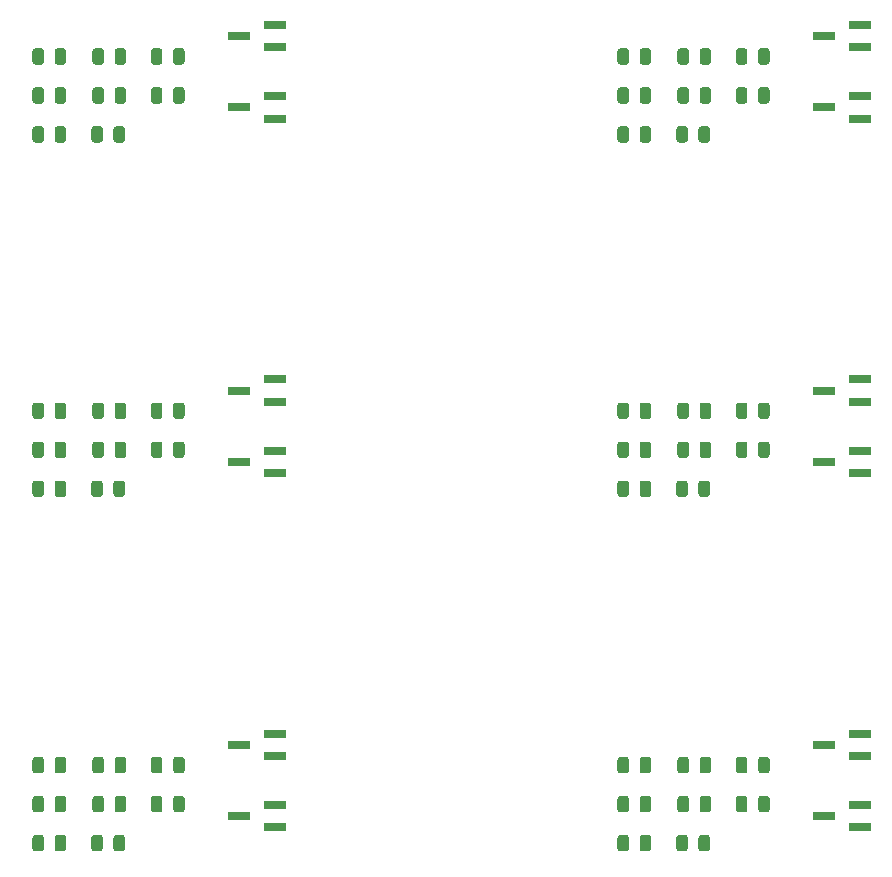
<source format=gbr>
%TF.GenerationSoftware,KiCad,Pcbnew,5.1.6-c6e7f7d~87~ubuntu18.04.1*%
%TF.CreationDate,2020-09-18T10:49:30+02:00*%
%TF.ProjectId,panel,70616e65-6c2e-46b6-9963-61645f706362,rev?*%
%TF.SameCoordinates,Original*%
%TF.FileFunction,Paste,Bot*%
%TF.FilePolarity,Positive*%
%FSLAX46Y46*%
G04 Gerber Fmt 4.6, Leading zero omitted, Abs format (unit mm)*
G04 Created by KiCad (PCBNEW 5.1.6-c6e7f7d~87~ubuntu18.04.1) date 2020-09-18 10:49:30*
%MOMM*%
%LPD*%
G01*
G04 APERTURE LIST*
%ADD10R,1.900000X0.800000*%
G04 APERTURE END LIST*
%TO.C,R8*%
G36*
G01*
X113647506Y-122648261D02*
X113647506Y-121735761D01*
G75*
G02*
X113891256Y-121492011I243750J0D01*
G01*
X114378756Y-121492011D01*
G75*
G02*
X114622506Y-121735761I0J-243750D01*
G01*
X114622506Y-122648261D01*
G75*
G02*
X114378756Y-122892011I-243750J0D01*
G01*
X113891256Y-122892011D01*
G75*
G02*
X113647506Y-122648261I0J243750D01*
G01*
G37*
G36*
G01*
X115522506Y-122648261D02*
X115522506Y-121735761D01*
G75*
G02*
X115766256Y-121492011I243750J0D01*
G01*
X116253756Y-121492011D01*
G75*
G02*
X116497506Y-121735761I0J-243750D01*
G01*
X116497506Y-122648261D01*
G75*
G02*
X116253756Y-122892011I-243750J0D01*
G01*
X115766256Y-122892011D01*
G75*
G02*
X115522506Y-122648261I0J243750D01*
G01*
G37*
%TD*%
%TO.C,R7*%
G36*
G01*
X115522506Y-125950261D02*
X115522506Y-125037761D01*
G75*
G02*
X115766256Y-124794011I243750J0D01*
G01*
X116253756Y-124794011D01*
G75*
G02*
X116497506Y-125037761I0J-243750D01*
G01*
X116497506Y-125950261D01*
G75*
G02*
X116253756Y-126194011I-243750J0D01*
G01*
X115766256Y-126194011D01*
G75*
G02*
X115522506Y-125950261I0J243750D01*
G01*
G37*
G36*
G01*
X113647506Y-125950261D02*
X113647506Y-125037761D01*
G75*
G02*
X113891256Y-124794011I243750J0D01*
G01*
X114378756Y-124794011D01*
G75*
G02*
X114622506Y-125037761I0J-243750D01*
G01*
X114622506Y-125950261D01*
G75*
G02*
X114378756Y-126194011I-243750J0D01*
G01*
X113891256Y-126194011D01*
G75*
G02*
X113647506Y-125950261I0J243750D01*
G01*
G37*
%TD*%
%TO.C,R6*%
G36*
G01*
X110569506Y-122648261D02*
X110569506Y-121735761D01*
G75*
G02*
X110813256Y-121492011I243750J0D01*
G01*
X111300756Y-121492011D01*
G75*
G02*
X111544506Y-121735761I0J-243750D01*
G01*
X111544506Y-122648261D01*
G75*
G02*
X111300756Y-122892011I-243750J0D01*
G01*
X110813256Y-122892011D01*
G75*
G02*
X110569506Y-122648261I0J243750D01*
G01*
G37*
G36*
G01*
X108694506Y-122648261D02*
X108694506Y-121735761D01*
G75*
G02*
X108938256Y-121492011I243750J0D01*
G01*
X109425756Y-121492011D01*
G75*
G02*
X109669506Y-121735761I0J-243750D01*
G01*
X109669506Y-122648261D01*
G75*
G02*
X109425756Y-122892011I-243750J0D01*
G01*
X108938256Y-122892011D01*
G75*
G02*
X108694506Y-122648261I0J243750D01*
G01*
G37*
%TD*%
%TO.C,R5*%
G36*
G01*
X108694506Y-125950261D02*
X108694506Y-125037761D01*
G75*
G02*
X108938256Y-124794011I243750J0D01*
G01*
X109425756Y-124794011D01*
G75*
G02*
X109669506Y-125037761I0J-243750D01*
G01*
X109669506Y-125950261D01*
G75*
G02*
X109425756Y-126194011I-243750J0D01*
G01*
X108938256Y-126194011D01*
G75*
G02*
X108694506Y-125950261I0J243750D01*
G01*
G37*
G36*
G01*
X110569506Y-125950261D02*
X110569506Y-125037761D01*
G75*
G02*
X110813256Y-124794011I243750J0D01*
G01*
X111300756Y-124794011D01*
G75*
G02*
X111544506Y-125037761I0J-243750D01*
G01*
X111544506Y-125950261D01*
G75*
G02*
X111300756Y-126194011I-243750J0D01*
G01*
X110813256Y-126194011D01*
G75*
G02*
X110569506Y-125950261I0J243750D01*
G01*
G37*
%TD*%
%TO.C,R4*%
G36*
G01*
X108597506Y-129252261D02*
X108597506Y-128339761D01*
G75*
G02*
X108841256Y-128096011I243750J0D01*
G01*
X109328756Y-128096011D01*
G75*
G02*
X109572506Y-128339761I0J-243750D01*
G01*
X109572506Y-129252261D01*
G75*
G02*
X109328756Y-129496011I-243750J0D01*
G01*
X108841256Y-129496011D01*
G75*
G02*
X108597506Y-129252261I0J243750D01*
G01*
G37*
G36*
G01*
X110472506Y-129252261D02*
X110472506Y-128339761D01*
G75*
G02*
X110716256Y-128096011I243750J0D01*
G01*
X111203756Y-128096011D01*
G75*
G02*
X111447506Y-128339761I0J-243750D01*
G01*
X111447506Y-129252261D01*
G75*
G02*
X111203756Y-129496011I-243750J0D01*
G01*
X110716256Y-129496011D01*
G75*
G02*
X110472506Y-129252261I0J243750D01*
G01*
G37*
%TD*%
%TO.C,R3*%
G36*
G01*
X105489506Y-122648261D02*
X105489506Y-121735761D01*
G75*
G02*
X105733256Y-121492011I243750J0D01*
G01*
X106220756Y-121492011D01*
G75*
G02*
X106464506Y-121735761I0J-243750D01*
G01*
X106464506Y-122648261D01*
G75*
G02*
X106220756Y-122892011I-243750J0D01*
G01*
X105733256Y-122892011D01*
G75*
G02*
X105489506Y-122648261I0J243750D01*
G01*
G37*
G36*
G01*
X103614506Y-122648261D02*
X103614506Y-121735761D01*
G75*
G02*
X103858256Y-121492011I243750J0D01*
G01*
X104345756Y-121492011D01*
G75*
G02*
X104589506Y-121735761I0J-243750D01*
G01*
X104589506Y-122648261D01*
G75*
G02*
X104345756Y-122892011I-243750J0D01*
G01*
X103858256Y-122892011D01*
G75*
G02*
X103614506Y-122648261I0J243750D01*
G01*
G37*
%TD*%
%TO.C,R2*%
G36*
G01*
X105489506Y-125950261D02*
X105489506Y-125037761D01*
G75*
G02*
X105733256Y-124794011I243750J0D01*
G01*
X106220756Y-124794011D01*
G75*
G02*
X106464506Y-125037761I0J-243750D01*
G01*
X106464506Y-125950261D01*
G75*
G02*
X106220756Y-126194011I-243750J0D01*
G01*
X105733256Y-126194011D01*
G75*
G02*
X105489506Y-125950261I0J243750D01*
G01*
G37*
G36*
G01*
X103614506Y-125950261D02*
X103614506Y-125037761D01*
G75*
G02*
X103858256Y-124794011I243750J0D01*
G01*
X104345756Y-124794011D01*
G75*
G02*
X104589506Y-125037761I0J-243750D01*
G01*
X104589506Y-125950261D01*
G75*
G02*
X104345756Y-126194011I-243750J0D01*
G01*
X103858256Y-126194011D01*
G75*
G02*
X103614506Y-125950261I0J243750D01*
G01*
G37*
%TD*%
%TO.C,R1*%
G36*
G01*
X103614506Y-129252261D02*
X103614506Y-128339761D01*
G75*
G02*
X103858256Y-128096011I243750J0D01*
G01*
X104345756Y-128096011D01*
G75*
G02*
X104589506Y-128339761I0J-243750D01*
G01*
X104589506Y-129252261D01*
G75*
G02*
X104345756Y-129496011I-243750J0D01*
G01*
X103858256Y-129496011D01*
G75*
G02*
X103614506Y-129252261I0J243750D01*
G01*
G37*
G36*
G01*
X105489506Y-129252261D02*
X105489506Y-128339761D01*
G75*
G02*
X105733256Y-128096011I243750J0D01*
G01*
X106220756Y-128096011D01*
G75*
G02*
X106464506Y-128339761I0J-243750D01*
G01*
X106464506Y-129252261D01*
G75*
G02*
X106220756Y-129496011I-243750J0D01*
G01*
X105733256Y-129496011D01*
G75*
G02*
X105489506Y-129252261I0J243750D01*
G01*
G37*
%TD*%
D10*
%TO.C,Q2*%
X121120006Y-126510011D03*
X124120006Y-127460011D03*
X124120006Y-125560011D03*
%TD*%
%TO.C,Q1*%
X124120006Y-119530011D03*
X124120006Y-121430011D03*
X121120006Y-120480011D03*
%TD*%
%TO.C,R8*%
G36*
G01*
X64117501Y-122648261D02*
X64117501Y-121735761D01*
G75*
G02*
X64361251Y-121492011I243750J0D01*
G01*
X64848751Y-121492011D01*
G75*
G02*
X65092501Y-121735761I0J-243750D01*
G01*
X65092501Y-122648261D01*
G75*
G02*
X64848751Y-122892011I-243750J0D01*
G01*
X64361251Y-122892011D01*
G75*
G02*
X64117501Y-122648261I0J243750D01*
G01*
G37*
G36*
G01*
X65992501Y-122648261D02*
X65992501Y-121735761D01*
G75*
G02*
X66236251Y-121492011I243750J0D01*
G01*
X66723751Y-121492011D01*
G75*
G02*
X66967501Y-121735761I0J-243750D01*
G01*
X66967501Y-122648261D01*
G75*
G02*
X66723751Y-122892011I-243750J0D01*
G01*
X66236251Y-122892011D01*
G75*
G02*
X65992501Y-122648261I0J243750D01*
G01*
G37*
%TD*%
%TO.C,R7*%
G36*
G01*
X65992501Y-125950261D02*
X65992501Y-125037761D01*
G75*
G02*
X66236251Y-124794011I243750J0D01*
G01*
X66723751Y-124794011D01*
G75*
G02*
X66967501Y-125037761I0J-243750D01*
G01*
X66967501Y-125950261D01*
G75*
G02*
X66723751Y-126194011I-243750J0D01*
G01*
X66236251Y-126194011D01*
G75*
G02*
X65992501Y-125950261I0J243750D01*
G01*
G37*
G36*
G01*
X64117501Y-125950261D02*
X64117501Y-125037761D01*
G75*
G02*
X64361251Y-124794011I243750J0D01*
G01*
X64848751Y-124794011D01*
G75*
G02*
X65092501Y-125037761I0J-243750D01*
G01*
X65092501Y-125950261D01*
G75*
G02*
X64848751Y-126194011I-243750J0D01*
G01*
X64361251Y-126194011D01*
G75*
G02*
X64117501Y-125950261I0J243750D01*
G01*
G37*
%TD*%
%TO.C,R6*%
G36*
G01*
X61039501Y-122648261D02*
X61039501Y-121735761D01*
G75*
G02*
X61283251Y-121492011I243750J0D01*
G01*
X61770751Y-121492011D01*
G75*
G02*
X62014501Y-121735761I0J-243750D01*
G01*
X62014501Y-122648261D01*
G75*
G02*
X61770751Y-122892011I-243750J0D01*
G01*
X61283251Y-122892011D01*
G75*
G02*
X61039501Y-122648261I0J243750D01*
G01*
G37*
G36*
G01*
X59164501Y-122648261D02*
X59164501Y-121735761D01*
G75*
G02*
X59408251Y-121492011I243750J0D01*
G01*
X59895751Y-121492011D01*
G75*
G02*
X60139501Y-121735761I0J-243750D01*
G01*
X60139501Y-122648261D01*
G75*
G02*
X59895751Y-122892011I-243750J0D01*
G01*
X59408251Y-122892011D01*
G75*
G02*
X59164501Y-122648261I0J243750D01*
G01*
G37*
%TD*%
%TO.C,R5*%
G36*
G01*
X59164501Y-125950261D02*
X59164501Y-125037761D01*
G75*
G02*
X59408251Y-124794011I243750J0D01*
G01*
X59895751Y-124794011D01*
G75*
G02*
X60139501Y-125037761I0J-243750D01*
G01*
X60139501Y-125950261D01*
G75*
G02*
X59895751Y-126194011I-243750J0D01*
G01*
X59408251Y-126194011D01*
G75*
G02*
X59164501Y-125950261I0J243750D01*
G01*
G37*
G36*
G01*
X61039501Y-125950261D02*
X61039501Y-125037761D01*
G75*
G02*
X61283251Y-124794011I243750J0D01*
G01*
X61770751Y-124794011D01*
G75*
G02*
X62014501Y-125037761I0J-243750D01*
G01*
X62014501Y-125950261D01*
G75*
G02*
X61770751Y-126194011I-243750J0D01*
G01*
X61283251Y-126194011D01*
G75*
G02*
X61039501Y-125950261I0J243750D01*
G01*
G37*
%TD*%
%TO.C,R4*%
G36*
G01*
X59067501Y-129252261D02*
X59067501Y-128339761D01*
G75*
G02*
X59311251Y-128096011I243750J0D01*
G01*
X59798751Y-128096011D01*
G75*
G02*
X60042501Y-128339761I0J-243750D01*
G01*
X60042501Y-129252261D01*
G75*
G02*
X59798751Y-129496011I-243750J0D01*
G01*
X59311251Y-129496011D01*
G75*
G02*
X59067501Y-129252261I0J243750D01*
G01*
G37*
G36*
G01*
X60942501Y-129252261D02*
X60942501Y-128339761D01*
G75*
G02*
X61186251Y-128096011I243750J0D01*
G01*
X61673751Y-128096011D01*
G75*
G02*
X61917501Y-128339761I0J-243750D01*
G01*
X61917501Y-129252261D01*
G75*
G02*
X61673751Y-129496011I-243750J0D01*
G01*
X61186251Y-129496011D01*
G75*
G02*
X60942501Y-129252261I0J243750D01*
G01*
G37*
%TD*%
%TO.C,R3*%
G36*
G01*
X55959501Y-122648261D02*
X55959501Y-121735761D01*
G75*
G02*
X56203251Y-121492011I243750J0D01*
G01*
X56690751Y-121492011D01*
G75*
G02*
X56934501Y-121735761I0J-243750D01*
G01*
X56934501Y-122648261D01*
G75*
G02*
X56690751Y-122892011I-243750J0D01*
G01*
X56203251Y-122892011D01*
G75*
G02*
X55959501Y-122648261I0J243750D01*
G01*
G37*
G36*
G01*
X54084501Y-122648261D02*
X54084501Y-121735761D01*
G75*
G02*
X54328251Y-121492011I243750J0D01*
G01*
X54815751Y-121492011D01*
G75*
G02*
X55059501Y-121735761I0J-243750D01*
G01*
X55059501Y-122648261D01*
G75*
G02*
X54815751Y-122892011I-243750J0D01*
G01*
X54328251Y-122892011D01*
G75*
G02*
X54084501Y-122648261I0J243750D01*
G01*
G37*
%TD*%
%TO.C,R2*%
G36*
G01*
X55959501Y-125950261D02*
X55959501Y-125037761D01*
G75*
G02*
X56203251Y-124794011I243750J0D01*
G01*
X56690751Y-124794011D01*
G75*
G02*
X56934501Y-125037761I0J-243750D01*
G01*
X56934501Y-125950261D01*
G75*
G02*
X56690751Y-126194011I-243750J0D01*
G01*
X56203251Y-126194011D01*
G75*
G02*
X55959501Y-125950261I0J243750D01*
G01*
G37*
G36*
G01*
X54084501Y-125950261D02*
X54084501Y-125037761D01*
G75*
G02*
X54328251Y-124794011I243750J0D01*
G01*
X54815751Y-124794011D01*
G75*
G02*
X55059501Y-125037761I0J-243750D01*
G01*
X55059501Y-125950261D01*
G75*
G02*
X54815751Y-126194011I-243750J0D01*
G01*
X54328251Y-126194011D01*
G75*
G02*
X54084501Y-125950261I0J243750D01*
G01*
G37*
%TD*%
%TO.C,R1*%
G36*
G01*
X54084501Y-129252261D02*
X54084501Y-128339761D01*
G75*
G02*
X54328251Y-128096011I243750J0D01*
G01*
X54815751Y-128096011D01*
G75*
G02*
X55059501Y-128339761I0J-243750D01*
G01*
X55059501Y-129252261D01*
G75*
G02*
X54815751Y-129496011I-243750J0D01*
G01*
X54328251Y-129496011D01*
G75*
G02*
X54084501Y-129252261I0J243750D01*
G01*
G37*
G36*
G01*
X55959501Y-129252261D02*
X55959501Y-128339761D01*
G75*
G02*
X56203251Y-128096011I243750J0D01*
G01*
X56690751Y-128096011D01*
G75*
G02*
X56934501Y-128339761I0J-243750D01*
G01*
X56934501Y-129252261D01*
G75*
G02*
X56690751Y-129496011I-243750J0D01*
G01*
X56203251Y-129496011D01*
G75*
G02*
X55959501Y-129252261I0J243750D01*
G01*
G37*
%TD*%
%TO.C,Q2*%
X71590001Y-126510011D03*
X74590001Y-127460011D03*
X74590001Y-125560011D03*
%TD*%
%TO.C,Q1*%
X74590001Y-119530011D03*
X74590001Y-121430011D03*
X71590001Y-120480011D03*
%TD*%
%TO.C,R8*%
G36*
G01*
X113647506Y-92648256D02*
X113647506Y-91735756D01*
G75*
G02*
X113891256Y-91492006I243750J0D01*
G01*
X114378756Y-91492006D01*
G75*
G02*
X114622506Y-91735756I0J-243750D01*
G01*
X114622506Y-92648256D01*
G75*
G02*
X114378756Y-92892006I-243750J0D01*
G01*
X113891256Y-92892006D01*
G75*
G02*
X113647506Y-92648256I0J243750D01*
G01*
G37*
G36*
G01*
X115522506Y-92648256D02*
X115522506Y-91735756D01*
G75*
G02*
X115766256Y-91492006I243750J0D01*
G01*
X116253756Y-91492006D01*
G75*
G02*
X116497506Y-91735756I0J-243750D01*
G01*
X116497506Y-92648256D01*
G75*
G02*
X116253756Y-92892006I-243750J0D01*
G01*
X115766256Y-92892006D01*
G75*
G02*
X115522506Y-92648256I0J243750D01*
G01*
G37*
%TD*%
%TO.C,R7*%
G36*
G01*
X115522506Y-95950256D02*
X115522506Y-95037756D01*
G75*
G02*
X115766256Y-94794006I243750J0D01*
G01*
X116253756Y-94794006D01*
G75*
G02*
X116497506Y-95037756I0J-243750D01*
G01*
X116497506Y-95950256D01*
G75*
G02*
X116253756Y-96194006I-243750J0D01*
G01*
X115766256Y-96194006D01*
G75*
G02*
X115522506Y-95950256I0J243750D01*
G01*
G37*
G36*
G01*
X113647506Y-95950256D02*
X113647506Y-95037756D01*
G75*
G02*
X113891256Y-94794006I243750J0D01*
G01*
X114378756Y-94794006D01*
G75*
G02*
X114622506Y-95037756I0J-243750D01*
G01*
X114622506Y-95950256D01*
G75*
G02*
X114378756Y-96194006I-243750J0D01*
G01*
X113891256Y-96194006D01*
G75*
G02*
X113647506Y-95950256I0J243750D01*
G01*
G37*
%TD*%
%TO.C,R6*%
G36*
G01*
X110569506Y-92648256D02*
X110569506Y-91735756D01*
G75*
G02*
X110813256Y-91492006I243750J0D01*
G01*
X111300756Y-91492006D01*
G75*
G02*
X111544506Y-91735756I0J-243750D01*
G01*
X111544506Y-92648256D01*
G75*
G02*
X111300756Y-92892006I-243750J0D01*
G01*
X110813256Y-92892006D01*
G75*
G02*
X110569506Y-92648256I0J243750D01*
G01*
G37*
G36*
G01*
X108694506Y-92648256D02*
X108694506Y-91735756D01*
G75*
G02*
X108938256Y-91492006I243750J0D01*
G01*
X109425756Y-91492006D01*
G75*
G02*
X109669506Y-91735756I0J-243750D01*
G01*
X109669506Y-92648256D01*
G75*
G02*
X109425756Y-92892006I-243750J0D01*
G01*
X108938256Y-92892006D01*
G75*
G02*
X108694506Y-92648256I0J243750D01*
G01*
G37*
%TD*%
%TO.C,R5*%
G36*
G01*
X108694506Y-95950256D02*
X108694506Y-95037756D01*
G75*
G02*
X108938256Y-94794006I243750J0D01*
G01*
X109425756Y-94794006D01*
G75*
G02*
X109669506Y-95037756I0J-243750D01*
G01*
X109669506Y-95950256D01*
G75*
G02*
X109425756Y-96194006I-243750J0D01*
G01*
X108938256Y-96194006D01*
G75*
G02*
X108694506Y-95950256I0J243750D01*
G01*
G37*
G36*
G01*
X110569506Y-95950256D02*
X110569506Y-95037756D01*
G75*
G02*
X110813256Y-94794006I243750J0D01*
G01*
X111300756Y-94794006D01*
G75*
G02*
X111544506Y-95037756I0J-243750D01*
G01*
X111544506Y-95950256D01*
G75*
G02*
X111300756Y-96194006I-243750J0D01*
G01*
X110813256Y-96194006D01*
G75*
G02*
X110569506Y-95950256I0J243750D01*
G01*
G37*
%TD*%
%TO.C,R4*%
G36*
G01*
X108597506Y-99252256D02*
X108597506Y-98339756D01*
G75*
G02*
X108841256Y-98096006I243750J0D01*
G01*
X109328756Y-98096006D01*
G75*
G02*
X109572506Y-98339756I0J-243750D01*
G01*
X109572506Y-99252256D01*
G75*
G02*
X109328756Y-99496006I-243750J0D01*
G01*
X108841256Y-99496006D01*
G75*
G02*
X108597506Y-99252256I0J243750D01*
G01*
G37*
G36*
G01*
X110472506Y-99252256D02*
X110472506Y-98339756D01*
G75*
G02*
X110716256Y-98096006I243750J0D01*
G01*
X111203756Y-98096006D01*
G75*
G02*
X111447506Y-98339756I0J-243750D01*
G01*
X111447506Y-99252256D01*
G75*
G02*
X111203756Y-99496006I-243750J0D01*
G01*
X110716256Y-99496006D01*
G75*
G02*
X110472506Y-99252256I0J243750D01*
G01*
G37*
%TD*%
%TO.C,R3*%
G36*
G01*
X105489506Y-92648256D02*
X105489506Y-91735756D01*
G75*
G02*
X105733256Y-91492006I243750J0D01*
G01*
X106220756Y-91492006D01*
G75*
G02*
X106464506Y-91735756I0J-243750D01*
G01*
X106464506Y-92648256D01*
G75*
G02*
X106220756Y-92892006I-243750J0D01*
G01*
X105733256Y-92892006D01*
G75*
G02*
X105489506Y-92648256I0J243750D01*
G01*
G37*
G36*
G01*
X103614506Y-92648256D02*
X103614506Y-91735756D01*
G75*
G02*
X103858256Y-91492006I243750J0D01*
G01*
X104345756Y-91492006D01*
G75*
G02*
X104589506Y-91735756I0J-243750D01*
G01*
X104589506Y-92648256D01*
G75*
G02*
X104345756Y-92892006I-243750J0D01*
G01*
X103858256Y-92892006D01*
G75*
G02*
X103614506Y-92648256I0J243750D01*
G01*
G37*
%TD*%
%TO.C,R2*%
G36*
G01*
X105489506Y-95950256D02*
X105489506Y-95037756D01*
G75*
G02*
X105733256Y-94794006I243750J0D01*
G01*
X106220756Y-94794006D01*
G75*
G02*
X106464506Y-95037756I0J-243750D01*
G01*
X106464506Y-95950256D01*
G75*
G02*
X106220756Y-96194006I-243750J0D01*
G01*
X105733256Y-96194006D01*
G75*
G02*
X105489506Y-95950256I0J243750D01*
G01*
G37*
G36*
G01*
X103614506Y-95950256D02*
X103614506Y-95037756D01*
G75*
G02*
X103858256Y-94794006I243750J0D01*
G01*
X104345756Y-94794006D01*
G75*
G02*
X104589506Y-95037756I0J-243750D01*
G01*
X104589506Y-95950256D01*
G75*
G02*
X104345756Y-96194006I-243750J0D01*
G01*
X103858256Y-96194006D01*
G75*
G02*
X103614506Y-95950256I0J243750D01*
G01*
G37*
%TD*%
%TO.C,R1*%
G36*
G01*
X103614506Y-99252256D02*
X103614506Y-98339756D01*
G75*
G02*
X103858256Y-98096006I243750J0D01*
G01*
X104345756Y-98096006D01*
G75*
G02*
X104589506Y-98339756I0J-243750D01*
G01*
X104589506Y-99252256D01*
G75*
G02*
X104345756Y-99496006I-243750J0D01*
G01*
X103858256Y-99496006D01*
G75*
G02*
X103614506Y-99252256I0J243750D01*
G01*
G37*
G36*
G01*
X105489506Y-99252256D02*
X105489506Y-98339756D01*
G75*
G02*
X105733256Y-98096006I243750J0D01*
G01*
X106220756Y-98096006D01*
G75*
G02*
X106464506Y-98339756I0J-243750D01*
G01*
X106464506Y-99252256D01*
G75*
G02*
X106220756Y-99496006I-243750J0D01*
G01*
X105733256Y-99496006D01*
G75*
G02*
X105489506Y-99252256I0J243750D01*
G01*
G37*
%TD*%
%TO.C,Q2*%
X121120006Y-96510006D03*
X124120006Y-97460006D03*
X124120006Y-95560006D03*
%TD*%
%TO.C,Q1*%
X124120006Y-89530006D03*
X124120006Y-91430006D03*
X121120006Y-90480006D03*
%TD*%
%TO.C,R8*%
G36*
G01*
X64117501Y-92648256D02*
X64117501Y-91735756D01*
G75*
G02*
X64361251Y-91492006I243750J0D01*
G01*
X64848751Y-91492006D01*
G75*
G02*
X65092501Y-91735756I0J-243750D01*
G01*
X65092501Y-92648256D01*
G75*
G02*
X64848751Y-92892006I-243750J0D01*
G01*
X64361251Y-92892006D01*
G75*
G02*
X64117501Y-92648256I0J243750D01*
G01*
G37*
G36*
G01*
X65992501Y-92648256D02*
X65992501Y-91735756D01*
G75*
G02*
X66236251Y-91492006I243750J0D01*
G01*
X66723751Y-91492006D01*
G75*
G02*
X66967501Y-91735756I0J-243750D01*
G01*
X66967501Y-92648256D01*
G75*
G02*
X66723751Y-92892006I-243750J0D01*
G01*
X66236251Y-92892006D01*
G75*
G02*
X65992501Y-92648256I0J243750D01*
G01*
G37*
%TD*%
%TO.C,R7*%
G36*
G01*
X65992501Y-95950256D02*
X65992501Y-95037756D01*
G75*
G02*
X66236251Y-94794006I243750J0D01*
G01*
X66723751Y-94794006D01*
G75*
G02*
X66967501Y-95037756I0J-243750D01*
G01*
X66967501Y-95950256D01*
G75*
G02*
X66723751Y-96194006I-243750J0D01*
G01*
X66236251Y-96194006D01*
G75*
G02*
X65992501Y-95950256I0J243750D01*
G01*
G37*
G36*
G01*
X64117501Y-95950256D02*
X64117501Y-95037756D01*
G75*
G02*
X64361251Y-94794006I243750J0D01*
G01*
X64848751Y-94794006D01*
G75*
G02*
X65092501Y-95037756I0J-243750D01*
G01*
X65092501Y-95950256D01*
G75*
G02*
X64848751Y-96194006I-243750J0D01*
G01*
X64361251Y-96194006D01*
G75*
G02*
X64117501Y-95950256I0J243750D01*
G01*
G37*
%TD*%
%TO.C,R6*%
G36*
G01*
X61039501Y-92648256D02*
X61039501Y-91735756D01*
G75*
G02*
X61283251Y-91492006I243750J0D01*
G01*
X61770751Y-91492006D01*
G75*
G02*
X62014501Y-91735756I0J-243750D01*
G01*
X62014501Y-92648256D01*
G75*
G02*
X61770751Y-92892006I-243750J0D01*
G01*
X61283251Y-92892006D01*
G75*
G02*
X61039501Y-92648256I0J243750D01*
G01*
G37*
G36*
G01*
X59164501Y-92648256D02*
X59164501Y-91735756D01*
G75*
G02*
X59408251Y-91492006I243750J0D01*
G01*
X59895751Y-91492006D01*
G75*
G02*
X60139501Y-91735756I0J-243750D01*
G01*
X60139501Y-92648256D01*
G75*
G02*
X59895751Y-92892006I-243750J0D01*
G01*
X59408251Y-92892006D01*
G75*
G02*
X59164501Y-92648256I0J243750D01*
G01*
G37*
%TD*%
%TO.C,R5*%
G36*
G01*
X59164501Y-95950256D02*
X59164501Y-95037756D01*
G75*
G02*
X59408251Y-94794006I243750J0D01*
G01*
X59895751Y-94794006D01*
G75*
G02*
X60139501Y-95037756I0J-243750D01*
G01*
X60139501Y-95950256D01*
G75*
G02*
X59895751Y-96194006I-243750J0D01*
G01*
X59408251Y-96194006D01*
G75*
G02*
X59164501Y-95950256I0J243750D01*
G01*
G37*
G36*
G01*
X61039501Y-95950256D02*
X61039501Y-95037756D01*
G75*
G02*
X61283251Y-94794006I243750J0D01*
G01*
X61770751Y-94794006D01*
G75*
G02*
X62014501Y-95037756I0J-243750D01*
G01*
X62014501Y-95950256D01*
G75*
G02*
X61770751Y-96194006I-243750J0D01*
G01*
X61283251Y-96194006D01*
G75*
G02*
X61039501Y-95950256I0J243750D01*
G01*
G37*
%TD*%
%TO.C,R4*%
G36*
G01*
X59067501Y-99252256D02*
X59067501Y-98339756D01*
G75*
G02*
X59311251Y-98096006I243750J0D01*
G01*
X59798751Y-98096006D01*
G75*
G02*
X60042501Y-98339756I0J-243750D01*
G01*
X60042501Y-99252256D01*
G75*
G02*
X59798751Y-99496006I-243750J0D01*
G01*
X59311251Y-99496006D01*
G75*
G02*
X59067501Y-99252256I0J243750D01*
G01*
G37*
G36*
G01*
X60942501Y-99252256D02*
X60942501Y-98339756D01*
G75*
G02*
X61186251Y-98096006I243750J0D01*
G01*
X61673751Y-98096006D01*
G75*
G02*
X61917501Y-98339756I0J-243750D01*
G01*
X61917501Y-99252256D01*
G75*
G02*
X61673751Y-99496006I-243750J0D01*
G01*
X61186251Y-99496006D01*
G75*
G02*
X60942501Y-99252256I0J243750D01*
G01*
G37*
%TD*%
%TO.C,R3*%
G36*
G01*
X55959501Y-92648256D02*
X55959501Y-91735756D01*
G75*
G02*
X56203251Y-91492006I243750J0D01*
G01*
X56690751Y-91492006D01*
G75*
G02*
X56934501Y-91735756I0J-243750D01*
G01*
X56934501Y-92648256D01*
G75*
G02*
X56690751Y-92892006I-243750J0D01*
G01*
X56203251Y-92892006D01*
G75*
G02*
X55959501Y-92648256I0J243750D01*
G01*
G37*
G36*
G01*
X54084501Y-92648256D02*
X54084501Y-91735756D01*
G75*
G02*
X54328251Y-91492006I243750J0D01*
G01*
X54815751Y-91492006D01*
G75*
G02*
X55059501Y-91735756I0J-243750D01*
G01*
X55059501Y-92648256D01*
G75*
G02*
X54815751Y-92892006I-243750J0D01*
G01*
X54328251Y-92892006D01*
G75*
G02*
X54084501Y-92648256I0J243750D01*
G01*
G37*
%TD*%
%TO.C,R2*%
G36*
G01*
X55959501Y-95950256D02*
X55959501Y-95037756D01*
G75*
G02*
X56203251Y-94794006I243750J0D01*
G01*
X56690751Y-94794006D01*
G75*
G02*
X56934501Y-95037756I0J-243750D01*
G01*
X56934501Y-95950256D01*
G75*
G02*
X56690751Y-96194006I-243750J0D01*
G01*
X56203251Y-96194006D01*
G75*
G02*
X55959501Y-95950256I0J243750D01*
G01*
G37*
G36*
G01*
X54084501Y-95950256D02*
X54084501Y-95037756D01*
G75*
G02*
X54328251Y-94794006I243750J0D01*
G01*
X54815751Y-94794006D01*
G75*
G02*
X55059501Y-95037756I0J-243750D01*
G01*
X55059501Y-95950256D01*
G75*
G02*
X54815751Y-96194006I-243750J0D01*
G01*
X54328251Y-96194006D01*
G75*
G02*
X54084501Y-95950256I0J243750D01*
G01*
G37*
%TD*%
%TO.C,R1*%
G36*
G01*
X54084501Y-99252256D02*
X54084501Y-98339756D01*
G75*
G02*
X54328251Y-98096006I243750J0D01*
G01*
X54815751Y-98096006D01*
G75*
G02*
X55059501Y-98339756I0J-243750D01*
G01*
X55059501Y-99252256D01*
G75*
G02*
X54815751Y-99496006I-243750J0D01*
G01*
X54328251Y-99496006D01*
G75*
G02*
X54084501Y-99252256I0J243750D01*
G01*
G37*
G36*
G01*
X55959501Y-99252256D02*
X55959501Y-98339756D01*
G75*
G02*
X56203251Y-98096006I243750J0D01*
G01*
X56690751Y-98096006D01*
G75*
G02*
X56934501Y-98339756I0J-243750D01*
G01*
X56934501Y-99252256D01*
G75*
G02*
X56690751Y-99496006I-243750J0D01*
G01*
X56203251Y-99496006D01*
G75*
G02*
X55959501Y-99252256I0J243750D01*
G01*
G37*
%TD*%
%TO.C,Q2*%
X71590001Y-96510006D03*
X74590001Y-97460006D03*
X74590001Y-95560006D03*
%TD*%
%TO.C,Q1*%
X74590001Y-89530006D03*
X74590001Y-91430006D03*
X71590001Y-90480006D03*
%TD*%
%TO.C,R8*%
G36*
G01*
X113647506Y-62648251D02*
X113647506Y-61735751D01*
G75*
G02*
X113891256Y-61492001I243750J0D01*
G01*
X114378756Y-61492001D01*
G75*
G02*
X114622506Y-61735751I0J-243750D01*
G01*
X114622506Y-62648251D01*
G75*
G02*
X114378756Y-62892001I-243750J0D01*
G01*
X113891256Y-62892001D01*
G75*
G02*
X113647506Y-62648251I0J243750D01*
G01*
G37*
G36*
G01*
X115522506Y-62648251D02*
X115522506Y-61735751D01*
G75*
G02*
X115766256Y-61492001I243750J0D01*
G01*
X116253756Y-61492001D01*
G75*
G02*
X116497506Y-61735751I0J-243750D01*
G01*
X116497506Y-62648251D01*
G75*
G02*
X116253756Y-62892001I-243750J0D01*
G01*
X115766256Y-62892001D01*
G75*
G02*
X115522506Y-62648251I0J243750D01*
G01*
G37*
%TD*%
%TO.C,R7*%
G36*
G01*
X115522506Y-65950251D02*
X115522506Y-65037751D01*
G75*
G02*
X115766256Y-64794001I243750J0D01*
G01*
X116253756Y-64794001D01*
G75*
G02*
X116497506Y-65037751I0J-243750D01*
G01*
X116497506Y-65950251D01*
G75*
G02*
X116253756Y-66194001I-243750J0D01*
G01*
X115766256Y-66194001D01*
G75*
G02*
X115522506Y-65950251I0J243750D01*
G01*
G37*
G36*
G01*
X113647506Y-65950251D02*
X113647506Y-65037751D01*
G75*
G02*
X113891256Y-64794001I243750J0D01*
G01*
X114378756Y-64794001D01*
G75*
G02*
X114622506Y-65037751I0J-243750D01*
G01*
X114622506Y-65950251D01*
G75*
G02*
X114378756Y-66194001I-243750J0D01*
G01*
X113891256Y-66194001D01*
G75*
G02*
X113647506Y-65950251I0J243750D01*
G01*
G37*
%TD*%
%TO.C,R6*%
G36*
G01*
X110569506Y-62648251D02*
X110569506Y-61735751D01*
G75*
G02*
X110813256Y-61492001I243750J0D01*
G01*
X111300756Y-61492001D01*
G75*
G02*
X111544506Y-61735751I0J-243750D01*
G01*
X111544506Y-62648251D01*
G75*
G02*
X111300756Y-62892001I-243750J0D01*
G01*
X110813256Y-62892001D01*
G75*
G02*
X110569506Y-62648251I0J243750D01*
G01*
G37*
G36*
G01*
X108694506Y-62648251D02*
X108694506Y-61735751D01*
G75*
G02*
X108938256Y-61492001I243750J0D01*
G01*
X109425756Y-61492001D01*
G75*
G02*
X109669506Y-61735751I0J-243750D01*
G01*
X109669506Y-62648251D01*
G75*
G02*
X109425756Y-62892001I-243750J0D01*
G01*
X108938256Y-62892001D01*
G75*
G02*
X108694506Y-62648251I0J243750D01*
G01*
G37*
%TD*%
%TO.C,R5*%
G36*
G01*
X108694506Y-65950251D02*
X108694506Y-65037751D01*
G75*
G02*
X108938256Y-64794001I243750J0D01*
G01*
X109425756Y-64794001D01*
G75*
G02*
X109669506Y-65037751I0J-243750D01*
G01*
X109669506Y-65950251D01*
G75*
G02*
X109425756Y-66194001I-243750J0D01*
G01*
X108938256Y-66194001D01*
G75*
G02*
X108694506Y-65950251I0J243750D01*
G01*
G37*
G36*
G01*
X110569506Y-65950251D02*
X110569506Y-65037751D01*
G75*
G02*
X110813256Y-64794001I243750J0D01*
G01*
X111300756Y-64794001D01*
G75*
G02*
X111544506Y-65037751I0J-243750D01*
G01*
X111544506Y-65950251D01*
G75*
G02*
X111300756Y-66194001I-243750J0D01*
G01*
X110813256Y-66194001D01*
G75*
G02*
X110569506Y-65950251I0J243750D01*
G01*
G37*
%TD*%
%TO.C,R4*%
G36*
G01*
X108597506Y-69252251D02*
X108597506Y-68339751D01*
G75*
G02*
X108841256Y-68096001I243750J0D01*
G01*
X109328756Y-68096001D01*
G75*
G02*
X109572506Y-68339751I0J-243750D01*
G01*
X109572506Y-69252251D01*
G75*
G02*
X109328756Y-69496001I-243750J0D01*
G01*
X108841256Y-69496001D01*
G75*
G02*
X108597506Y-69252251I0J243750D01*
G01*
G37*
G36*
G01*
X110472506Y-69252251D02*
X110472506Y-68339751D01*
G75*
G02*
X110716256Y-68096001I243750J0D01*
G01*
X111203756Y-68096001D01*
G75*
G02*
X111447506Y-68339751I0J-243750D01*
G01*
X111447506Y-69252251D01*
G75*
G02*
X111203756Y-69496001I-243750J0D01*
G01*
X110716256Y-69496001D01*
G75*
G02*
X110472506Y-69252251I0J243750D01*
G01*
G37*
%TD*%
%TO.C,R3*%
G36*
G01*
X105489506Y-62648251D02*
X105489506Y-61735751D01*
G75*
G02*
X105733256Y-61492001I243750J0D01*
G01*
X106220756Y-61492001D01*
G75*
G02*
X106464506Y-61735751I0J-243750D01*
G01*
X106464506Y-62648251D01*
G75*
G02*
X106220756Y-62892001I-243750J0D01*
G01*
X105733256Y-62892001D01*
G75*
G02*
X105489506Y-62648251I0J243750D01*
G01*
G37*
G36*
G01*
X103614506Y-62648251D02*
X103614506Y-61735751D01*
G75*
G02*
X103858256Y-61492001I243750J0D01*
G01*
X104345756Y-61492001D01*
G75*
G02*
X104589506Y-61735751I0J-243750D01*
G01*
X104589506Y-62648251D01*
G75*
G02*
X104345756Y-62892001I-243750J0D01*
G01*
X103858256Y-62892001D01*
G75*
G02*
X103614506Y-62648251I0J243750D01*
G01*
G37*
%TD*%
%TO.C,R2*%
G36*
G01*
X105489506Y-65950251D02*
X105489506Y-65037751D01*
G75*
G02*
X105733256Y-64794001I243750J0D01*
G01*
X106220756Y-64794001D01*
G75*
G02*
X106464506Y-65037751I0J-243750D01*
G01*
X106464506Y-65950251D01*
G75*
G02*
X106220756Y-66194001I-243750J0D01*
G01*
X105733256Y-66194001D01*
G75*
G02*
X105489506Y-65950251I0J243750D01*
G01*
G37*
G36*
G01*
X103614506Y-65950251D02*
X103614506Y-65037751D01*
G75*
G02*
X103858256Y-64794001I243750J0D01*
G01*
X104345756Y-64794001D01*
G75*
G02*
X104589506Y-65037751I0J-243750D01*
G01*
X104589506Y-65950251D01*
G75*
G02*
X104345756Y-66194001I-243750J0D01*
G01*
X103858256Y-66194001D01*
G75*
G02*
X103614506Y-65950251I0J243750D01*
G01*
G37*
%TD*%
%TO.C,R1*%
G36*
G01*
X103614506Y-69252251D02*
X103614506Y-68339751D01*
G75*
G02*
X103858256Y-68096001I243750J0D01*
G01*
X104345756Y-68096001D01*
G75*
G02*
X104589506Y-68339751I0J-243750D01*
G01*
X104589506Y-69252251D01*
G75*
G02*
X104345756Y-69496001I-243750J0D01*
G01*
X103858256Y-69496001D01*
G75*
G02*
X103614506Y-69252251I0J243750D01*
G01*
G37*
G36*
G01*
X105489506Y-69252251D02*
X105489506Y-68339751D01*
G75*
G02*
X105733256Y-68096001I243750J0D01*
G01*
X106220756Y-68096001D01*
G75*
G02*
X106464506Y-68339751I0J-243750D01*
G01*
X106464506Y-69252251D01*
G75*
G02*
X106220756Y-69496001I-243750J0D01*
G01*
X105733256Y-69496001D01*
G75*
G02*
X105489506Y-69252251I0J243750D01*
G01*
G37*
%TD*%
%TO.C,Q2*%
X121120006Y-66510001D03*
X124120006Y-67460001D03*
X124120006Y-65560001D03*
%TD*%
%TO.C,Q1*%
X124120006Y-59530001D03*
X124120006Y-61430001D03*
X121120006Y-60480001D03*
%TD*%
%TO.C,R8*%
G36*
G01*
X64117501Y-62648251D02*
X64117501Y-61735751D01*
G75*
G02*
X64361251Y-61492001I243750J0D01*
G01*
X64848751Y-61492001D01*
G75*
G02*
X65092501Y-61735751I0J-243750D01*
G01*
X65092501Y-62648251D01*
G75*
G02*
X64848751Y-62892001I-243750J0D01*
G01*
X64361251Y-62892001D01*
G75*
G02*
X64117501Y-62648251I0J243750D01*
G01*
G37*
G36*
G01*
X65992501Y-62648251D02*
X65992501Y-61735751D01*
G75*
G02*
X66236251Y-61492001I243750J0D01*
G01*
X66723751Y-61492001D01*
G75*
G02*
X66967501Y-61735751I0J-243750D01*
G01*
X66967501Y-62648251D01*
G75*
G02*
X66723751Y-62892001I-243750J0D01*
G01*
X66236251Y-62892001D01*
G75*
G02*
X65992501Y-62648251I0J243750D01*
G01*
G37*
%TD*%
%TO.C,R7*%
G36*
G01*
X65992501Y-65950251D02*
X65992501Y-65037751D01*
G75*
G02*
X66236251Y-64794001I243750J0D01*
G01*
X66723751Y-64794001D01*
G75*
G02*
X66967501Y-65037751I0J-243750D01*
G01*
X66967501Y-65950251D01*
G75*
G02*
X66723751Y-66194001I-243750J0D01*
G01*
X66236251Y-66194001D01*
G75*
G02*
X65992501Y-65950251I0J243750D01*
G01*
G37*
G36*
G01*
X64117501Y-65950251D02*
X64117501Y-65037751D01*
G75*
G02*
X64361251Y-64794001I243750J0D01*
G01*
X64848751Y-64794001D01*
G75*
G02*
X65092501Y-65037751I0J-243750D01*
G01*
X65092501Y-65950251D01*
G75*
G02*
X64848751Y-66194001I-243750J0D01*
G01*
X64361251Y-66194001D01*
G75*
G02*
X64117501Y-65950251I0J243750D01*
G01*
G37*
%TD*%
%TO.C,R6*%
G36*
G01*
X61039501Y-62648251D02*
X61039501Y-61735751D01*
G75*
G02*
X61283251Y-61492001I243750J0D01*
G01*
X61770751Y-61492001D01*
G75*
G02*
X62014501Y-61735751I0J-243750D01*
G01*
X62014501Y-62648251D01*
G75*
G02*
X61770751Y-62892001I-243750J0D01*
G01*
X61283251Y-62892001D01*
G75*
G02*
X61039501Y-62648251I0J243750D01*
G01*
G37*
G36*
G01*
X59164501Y-62648251D02*
X59164501Y-61735751D01*
G75*
G02*
X59408251Y-61492001I243750J0D01*
G01*
X59895751Y-61492001D01*
G75*
G02*
X60139501Y-61735751I0J-243750D01*
G01*
X60139501Y-62648251D01*
G75*
G02*
X59895751Y-62892001I-243750J0D01*
G01*
X59408251Y-62892001D01*
G75*
G02*
X59164501Y-62648251I0J243750D01*
G01*
G37*
%TD*%
%TO.C,R5*%
G36*
G01*
X59164501Y-65950251D02*
X59164501Y-65037751D01*
G75*
G02*
X59408251Y-64794001I243750J0D01*
G01*
X59895751Y-64794001D01*
G75*
G02*
X60139501Y-65037751I0J-243750D01*
G01*
X60139501Y-65950251D01*
G75*
G02*
X59895751Y-66194001I-243750J0D01*
G01*
X59408251Y-66194001D01*
G75*
G02*
X59164501Y-65950251I0J243750D01*
G01*
G37*
G36*
G01*
X61039501Y-65950251D02*
X61039501Y-65037751D01*
G75*
G02*
X61283251Y-64794001I243750J0D01*
G01*
X61770751Y-64794001D01*
G75*
G02*
X62014501Y-65037751I0J-243750D01*
G01*
X62014501Y-65950251D01*
G75*
G02*
X61770751Y-66194001I-243750J0D01*
G01*
X61283251Y-66194001D01*
G75*
G02*
X61039501Y-65950251I0J243750D01*
G01*
G37*
%TD*%
%TO.C,R4*%
G36*
G01*
X59067501Y-69252251D02*
X59067501Y-68339751D01*
G75*
G02*
X59311251Y-68096001I243750J0D01*
G01*
X59798751Y-68096001D01*
G75*
G02*
X60042501Y-68339751I0J-243750D01*
G01*
X60042501Y-69252251D01*
G75*
G02*
X59798751Y-69496001I-243750J0D01*
G01*
X59311251Y-69496001D01*
G75*
G02*
X59067501Y-69252251I0J243750D01*
G01*
G37*
G36*
G01*
X60942501Y-69252251D02*
X60942501Y-68339751D01*
G75*
G02*
X61186251Y-68096001I243750J0D01*
G01*
X61673751Y-68096001D01*
G75*
G02*
X61917501Y-68339751I0J-243750D01*
G01*
X61917501Y-69252251D01*
G75*
G02*
X61673751Y-69496001I-243750J0D01*
G01*
X61186251Y-69496001D01*
G75*
G02*
X60942501Y-69252251I0J243750D01*
G01*
G37*
%TD*%
%TO.C,R3*%
G36*
G01*
X55959501Y-62648251D02*
X55959501Y-61735751D01*
G75*
G02*
X56203251Y-61492001I243750J0D01*
G01*
X56690751Y-61492001D01*
G75*
G02*
X56934501Y-61735751I0J-243750D01*
G01*
X56934501Y-62648251D01*
G75*
G02*
X56690751Y-62892001I-243750J0D01*
G01*
X56203251Y-62892001D01*
G75*
G02*
X55959501Y-62648251I0J243750D01*
G01*
G37*
G36*
G01*
X54084501Y-62648251D02*
X54084501Y-61735751D01*
G75*
G02*
X54328251Y-61492001I243750J0D01*
G01*
X54815751Y-61492001D01*
G75*
G02*
X55059501Y-61735751I0J-243750D01*
G01*
X55059501Y-62648251D01*
G75*
G02*
X54815751Y-62892001I-243750J0D01*
G01*
X54328251Y-62892001D01*
G75*
G02*
X54084501Y-62648251I0J243750D01*
G01*
G37*
%TD*%
%TO.C,R2*%
G36*
G01*
X55959501Y-65950251D02*
X55959501Y-65037751D01*
G75*
G02*
X56203251Y-64794001I243750J0D01*
G01*
X56690751Y-64794001D01*
G75*
G02*
X56934501Y-65037751I0J-243750D01*
G01*
X56934501Y-65950251D01*
G75*
G02*
X56690751Y-66194001I-243750J0D01*
G01*
X56203251Y-66194001D01*
G75*
G02*
X55959501Y-65950251I0J243750D01*
G01*
G37*
G36*
G01*
X54084501Y-65950251D02*
X54084501Y-65037751D01*
G75*
G02*
X54328251Y-64794001I243750J0D01*
G01*
X54815751Y-64794001D01*
G75*
G02*
X55059501Y-65037751I0J-243750D01*
G01*
X55059501Y-65950251D01*
G75*
G02*
X54815751Y-66194001I-243750J0D01*
G01*
X54328251Y-66194001D01*
G75*
G02*
X54084501Y-65950251I0J243750D01*
G01*
G37*
%TD*%
%TO.C,R1*%
G36*
G01*
X54084501Y-69252251D02*
X54084501Y-68339751D01*
G75*
G02*
X54328251Y-68096001I243750J0D01*
G01*
X54815751Y-68096001D01*
G75*
G02*
X55059501Y-68339751I0J-243750D01*
G01*
X55059501Y-69252251D01*
G75*
G02*
X54815751Y-69496001I-243750J0D01*
G01*
X54328251Y-69496001D01*
G75*
G02*
X54084501Y-69252251I0J243750D01*
G01*
G37*
G36*
G01*
X55959501Y-69252251D02*
X55959501Y-68339751D01*
G75*
G02*
X56203251Y-68096001I243750J0D01*
G01*
X56690751Y-68096001D01*
G75*
G02*
X56934501Y-68339751I0J-243750D01*
G01*
X56934501Y-69252251D01*
G75*
G02*
X56690751Y-69496001I-243750J0D01*
G01*
X56203251Y-69496001D01*
G75*
G02*
X55959501Y-69252251I0J243750D01*
G01*
G37*
%TD*%
%TO.C,Q2*%
X71590001Y-66510001D03*
X74590001Y-67460001D03*
X74590001Y-65560001D03*
%TD*%
%TO.C,Q1*%
X74590001Y-59530001D03*
X74590001Y-61430001D03*
X71590001Y-60480001D03*
%TD*%
M02*

</source>
